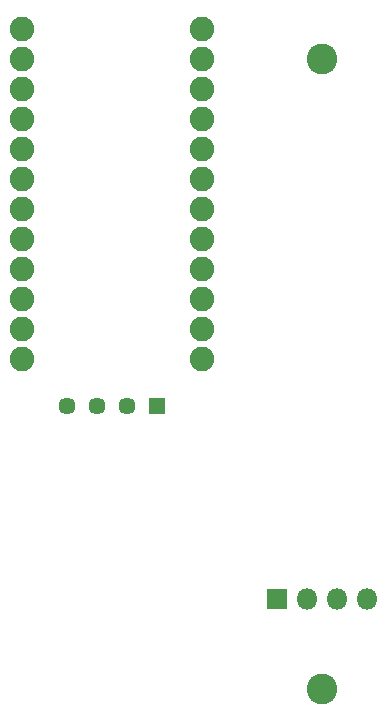
<source format=gbr>
G04 #@! TF.GenerationSoftware,KiCad,Pcbnew,(5.1.6)-1*
G04 #@! TF.CreationDate,2020-06-05T20:48:39-07:00*
G04 #@! TF.ProjectId,USBT,55534254-2e6b-4696-9361-645f70636258,rev?*
G04 #@! TF.SameCoordinates,Original*
G04 #@! TF.FileFunction,Soldermask,Bot*
G04 #@! TF.FilePolarity,Negative*
%FSLAX46Y46*%
G04 Gerber Fmt 4.6, Leading zero omitted, Abs format (unit mm)*
G04 Created by KiCad (PCBNEW (5.1.6)-1) date 2020-06-05 20:48:39*
%MOMM*%
%LPD*%
G01*
G04 APERTURE LIST*
%ADD10C,2.600000*%
%ADD11C,1.450000*%
%ADD12R,1.450000X1.450000*%
%ADD13C,2.082800*%
%ADD14O,1.800000X1.800000*%
%ADD15R,1.800000X1.800000*%
G04 APERTURE END LIST*
D10*
G04 #@! TO.C,H2*
X78740000Y-93980000D03*
G04 #@! TD*
D11*
G04 #@! TO.C,U1*
X57150000Y-70020000D03*
X59690000Y-70020000D03*
X62230000Y-70020000D03*
D12*
X64770000Y-70020000D03*
G04 #@! TD*
D13*
G04 #@! TO.C,B1*
X68580000Y-38100000D03*
X68580000Y-40640000D03*
X68580000Y-43180000D03*
X68580000Y-45720000D03*
X68580000Y-48260000D03*
X68580000Y-50800000D03*
X68580000Y-53340000D03*
X68580000Y-55880000D03*
X68580000Y-58420000D03*
X68580000Y-60960000D03*
X68580000Y-63500000D03*
X68580000Y-66040000D03*
X53340000Y-66040000D03*
X53340000Y-63500000D03*
X53340000Y-60960000D03*
X53340000Y-58420000D03*
X53340000Y-55880000D03*
X53340000Y-53340000D03*
X53340000Y-50800000D03*
X53340000Y-48260000D03*
X53340000Y-45720000D03*
X53340000Y-43180000D03*
X53340000Y-40640000D03*
X53340000Y-38100000D03*
G04 #@! TD*
D14*
G04 #@! TO.C,J1*
X82550000Y-86360000D03*
X80010000Y-86360000D03*
X77470000Y-86360000D03*
D15*
X74930000Y-86360000D03*
G04 #@! TD*
D10*
G04 #@! TO.C,H1*
X78740000Y-40640000D03*
G04 #@! TD*
M02*

</source>
